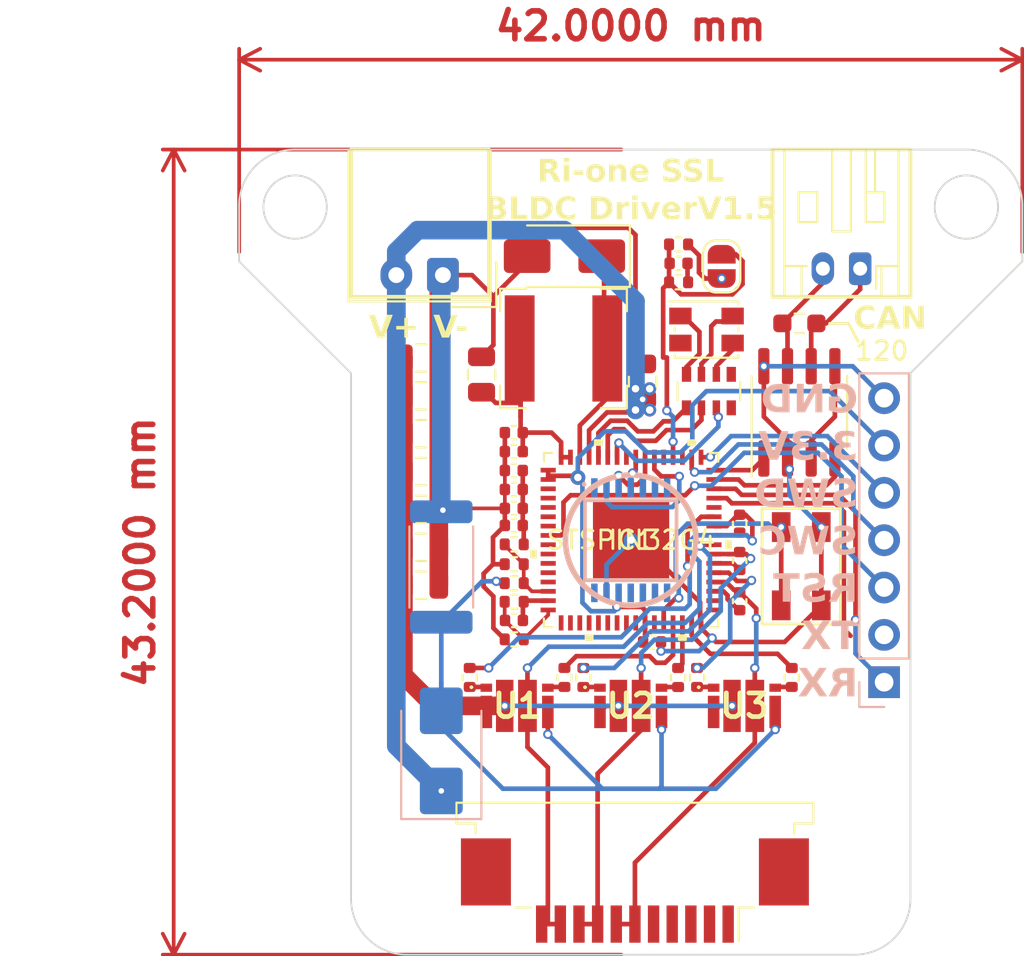
<source format=kicad_pcb>
(kicad_pcb (version 20221018) (generator pcbnew)
  (layers (0 "F.Cu" signal) (31 "B.Cu" signal) (34 "B.Paste" user) (35 "F.Paste" user) (36 "B.SilkS" user "B.Silkscreen") (37 "F.SilkS" user "F.Silkscreen") (38 "B.Mask" user) (39 "F.Mask" user) (44 "Edge.Cuts" user))
  (net 0 "")
  (net 1 "OUT1")
  (net 2 "BOOT1")
  (net 3 "SCREF")
  (net 4 "SW")
  (net 5 "GHS1")
  (net 6 "GLS1")
  (net 7 "SWCLK")
  (net 8 "SWDIO")
  (net 9 "nRST")
  (net 10 "VCC")
  (net 17 "SPI1_NSS")
  (net 18 "OP_-1")
  (net 20 "OP_O1")
  (net 21 "GLS2")
  (net 22 "GLS3")
  (net 25 "BOOT3")
  (net 26 "OUT3")
  (net 27 "GHS3")
  (net 28 "BOOT2")
  (net 29 "OUT2")
  (net 30 "GHS2")
  (net 32 "UART_TX")
  (net 33 "UART_RX")
  (net 35 "VD")
  (net 36 "Net-(D2-RK)")
  (net 37 "Net-(D2-GK)")
  (net 38 "Net-(D2-BK)")
  (net 39 "CANH")
  (net 40 "CANL")
  (net 42 "LED_R")
  (net 43 "LED_G")
  (net 44 "LED_B")
  (net 46 "Net-(U1-G1)")
  (net 47 "Net-(U1-G2)")
  (net 48 "Net-(U2-G1)")
  (net 49 "Net-(U2-G2)")
  (net 50 "Net-(U3-G1)")
  (net 51 "Net-(U3-G2)")
  (net 60 "OP_+1")
  (net 65 "SHUNT_P1")
  (net 66 "CAN_RD")
  (net 67 "CAN_TD")
  (net 70 "SPI1_SCK")
  (net 71 "SPI1_MISO")
  (net 72 "SPI1_MOSI")
  (net 73 "SPI1_CS")
  (net 75 "VDD")
  (net 81 "GVCC_SW")
  (net 85 "GND")
  (footprint "Capacitor_SMD:C_0402_1005Metric" (layer "F.Cu") (at -6.2712 -3.739 180)
    (fp_text reference "C4" hide)
    (fp_text value "100nF" hide)
  )
  (footprint "Capacitor_SMD:C_0402_1005Metric" (layer "F.Cu") (at 5.842 3.274 -90)
    (fp_text reference "C14" hide)
    (fp_text value "1uF" hide)
  )
  (footprint "Resistor_SMD:R_0402_1005Metric" (layer "F.Cu") (at -6.2484 0.2234 180)
    (fp_text reference "R14" hide)
    (fp_text value "22k" hide)
  )
  (footprint "Capacitor_SMD:C_0805_2012Metric" (layer "F.Cu") (at -11.242 2.413 180)
    (fp_text reference "C1" hide)
    (fp_text value "22uF" hide)
  )
  (footprint "Capacitor_SMD:C_0805_2012Metric" (layer "F.Cu") (at -11.242 -3.683 180)
    (fp_text reference "C17" hide)
    (fp_text value "22uF" hide)
  )
  (footprint "LED_SMD:LED_Kingbright_AAA3528ESGCT" (layer "F.Cu") (at 4.064 -11.303)
    (fp_text reference "D2" hide)
    (fp_text value "LED_RGBA" hide)
  )
  (footprint "Capacitor_SMD:C_0805_2012Metric" (layer "F.Cu") (at -11.242 0.381 180)
    (fp_text reference "C2" hide)
    (fp_text value "22uF" hide)
  )
  (footprint "BLDC:STSPIN32G4" (layer "F.Cu") (at 0.018 -0.007055)
    (fp_text reference "IC1")
    (fp_text value "STSPIN32G4")
  )
  (footprint "Connector_Molex:Molex_SPOX_5268-02A_1x02_P2.50mm_Horizontal" (layer "F.Cu") (at -10.073 -14.224 180)
    (fp_text reference "J4" hide)
    (fp_text value "POWER" hide)
  )
  (footprint "Resistor_SMD:R_Array_Convex_4x0603" (layer "F.Cu") (at 4.191 -8.001 -90)
    (fp_text reference "RN1" hide)
    (fp_text value "1k" hide)
  )
  (footprint "BLDC:SIZ254DTT1GE3" (layer "F.Cu") (at 0 8.89)
    (fp_text reference "U2")
    (fp_text value "~" hide)
  )
  (footprint "Capacitor_SMD:C_0402_1005Metric" (layer "F.Cu") (at -6.2712 -0.7926 180)
    (fp_text reference "C3" hide)
    (fp_text value "10uF" hide)
  )
  (footprint "Resistor_SMD:R_0402_1005Metric" (layer "F.Cu") (at -2.54 7.366 -90)
    (fp_text reference "R6" hide)
    (fp_text value "51" hide)
  )
  (footprint "Jumper:SolderJumper-2_P1.3mm_Open_RoundedPad1.0x1.5mm" (layer "F.Cu") (at 4.8768 -14.6916 -90)
    (fp_text reference "JP1" hide)
    (fp_text value "Jumper_2_Open" hide)
  )
  (footprint "Resistor_SMD:R_0402_1005Metric" (layer "F.Cu") (at -6.2484 1.2902 180)
    (fp_text reference "R15" hide)
    (fp_text value "22k" hide)
  )
  (footprint "Capacitor_SMD:C_0805_2012Metric" (layer "F.Cu") (at 0.635 -8.509 -90)
    (fp_text reference "C10" hide)
    (fp_text value "220nF" hide)
  )
  (footprint "Capacitor_SMD:C_0805_2012Metric" (layer "F.Cu") (at -11.242 -9.779 180)
    (fp_text reference "C20" hide)
    (fp_text value "22uF" hide)
  )
  (footprint "Resistor_SMD:R_0402_1005Metric" (layer "F.Cu") (at 2.54 7.366 -90)
    (fp_text reference "R7" hide)
    (fp_text value "51" hide)
  )
  (footprint "Resistor_SMD:R_0402_1005Metric" (layer "F.Cu") (at -6.2484 2.3062)
    (fp_text reference "R12" hide)
    (fp_text value "1.5k" hide)
  )
  (footprint "Resistor_SMD:R_0402_1005Metric" (layer "F.Cu") (at 2.5654 -13.8384)
    (fp_text reference "R2" hide)
    (fp_text value "10k" hide)
  )
  (footprint "Resistor_SMD:R_0603_1608Metric_Pad0.98x0.95mm_HandSolder" (layer "F.Cu") (at 9.0424 -11.6332)
    (fp_text reference "R3" hide)
    (fp_text value "120")
  )
  (footprint "Capacitor_SMD:C_0805_2012Metric" (layer "F.Cu") (at -8.001 -8.89 90)
    (fp_text reference "C$1" hide)
    (fp_text value "10uf 25v" hide)
  )
  (footprint "Resistor_SMD:R_0402_1005Metric" (layer "F.Cu") (at 2.5654 -15.8704 180)
    (fp_text reference "R1" hide)
    (fp_text value "22k" hide)
  )
  (footprint "Capacitor_SMD:C_0805_2012Metric" (layer "F.Cu") (at -11.242 -5.715 180)
    (fp_text reference "C18" hide)
    (fp_text value "22uF" hide)
  )
  (footprint "Capacitor_SMD:C_0402_1005Metric" (layer "F.Cu") (at -6.2712 -5.771 180)
    (fp_text reference "C7" hide)
    (fp_text value "10uF" hide)
  )
  (footprint "Capacitor_SMD:C_0805_2012Metric" (layer "F.Cu") (at -11.242 -7.747 180)
    (fp_text reference "C19" hide)
    (fp_text value "22uF" hide)
  )
  (footprint "Resistor_SMD:R_0402_1005Metric" (layer "F.Cu") (at -3.556 7.364 -90)
    (fp_text reference "R5" hide)
    (fp_text value "51" hide)
  )
  (footprint "Capacitor_SMD:C_0402_1005Metric" (layer "F.Cu") (at -6.2712 -1.707 180)
    (fp_text reference "C5" hide)
    (fp_text value "10uF" hide)
  )
  (footprint "Capacitor_SMD:C_0402_1005Metric" (layer "F.Cu") (at 2.5654 -14.8544)
    (fp_text reference "C12" hide)
    (fp_text value "N.M." hide)
  )
  (footprint "Package_SO:SOIC-8_3.9x4.9mm_P1.27mm" (layer "F.Cu") (at 9.0424 -6.858 90)
    (fp_text reference "U4" hide)
    (fp_text value "MCP2562-E-SN" hide)
  )
  (footprint "Capacitor_SMD:C_0402_1005Metric" (layer "F.Cu") (at 1.143 5.461 180)
    (fp_text reference "C15" hide)
    (fp_text value "1uF" hide)
  )
  (footprint "Diode_SMD:D_SMA" (layer "F.Cu") (at -3.556 -15.24 180)
    (fp_text reference "D1" hide)
    (fp_text value "SS210" hide)
  )
  (footprint "Connector_FFC-FPC:TE_1-84952-1_1x11-1MP_P1.0mm_Horizontal" (layer "F.Cu") (at 0.224 18.798 180)
    (fp_text reference "J3" hide)
    (fp_text value "Motor Out" hide)
  )
  (footprint "BLDC:SIZ254DTT1GE3" (layer "F.Cu") (at 6.096 8.89)
    (fp_text reference "U3")
    (fp_text value "~" hide)
  )
  (footprint "Resistor_SMD:R_0402_1005Metric" (layer "F.Cu") (at -8.636 7.364 -90)
    (fp_text reference "R4" hide)
    (fp_text value "51" hide)
  )
  (footprint "Capacitor_SMD:C_0402_1005Metric" (layer "F.Cu") (at 5.842 -0.8864 -90)
    (fp_text reference "C11" hide)
    (fp_text value "1uF" hide)
  )
  (footprint "Capacitor_SMD:C_0402_1005Metric" (layer "F.Cu") (at -6.2634 4.305)
    (fp_text reference "C16" hide)
    (fp_text value "1uF" hide)
  )
  (footprint "Resistor_SMD:R_0402_1005Metric" (layer "F.Cu") (at 3.556 7.364 -90)
    (fp_text reference "R8" hide)
    (fp_text value "51" hide)
  )
  (footprint "Capacitor_SMD:C_0402_1005Metric" (layer "F.Cu") (at -6.2712 -2.723 180)
    (fp_text reference "C6" hide)
    (fp_text value "100nF" hide)
  )
  (footprint "Resistor_SMD:R_0402_1005Metric" (layer "F.Cu") (at -6.2504 3.302)
    (fp_text reference "R16" hide)
    (fp_text value "1.5k" hide)
  )
  (footprint "newinov-kicad:SKRPACE010" (layer "F.Cu") (at 9.144 1.397 -90)
    (fp_text reference "SW1" hide)
    (fp_text value "SW_Push" hide)
  )
  (footprint "Resistor_SMD:R_0402_1005Metric" (layer "F.Cu") (at -6.2484 5.321)
    (fp_text reference "R13" hide)
    (fp_text value "1.5k" hide)
  )
  (footprint "BLDC:SIZ254DTT1GE3" (layer "F.Cu") (at -6.096 8.89)
    (fp_text reference "U1")
    (fp_text value "~" hide)
  )
  (footprint "Capacitor_SMD:C_0402_1005Metric" (layer "F.Cu") (at -6.2712 -4.755 180)
    (fp_text reference "C8" hide)
    (fp_text value "100nF" hide)
  )
  (footprint "Inductor_SMD:L_Bourns-SRN6028" (layer "F.Cu") (at -3.6068 -10.287 180)
    (fp_text reference "L1" hide)
    (fp_text value "18uh" hide)
  )
  (footprint "Connector_JST:JST_PH_S2B-PH-K_1x02_P2.00mm_Horizontal" (layer "F.Cu") (at 12.303 -14.568 180)
    (fp_text reference "J5" hide)
    (fp_text value "CAN" hide)
  )
  (footprint "Capacitor_SMD:C_0805_2012Metric" (layer "F.Cu") (at -11.242 -1.651 180)
    (fp_text reference "C9" hide)
    (fp_text value "22uF" hide)
  )
  (footprint "Resistor_SMD:R_0402_1005Metric" (layer "F.Cu") (at 8.636 7.364 -90)
    (fp_text reference "R9" hide)
    (fp_text value "51" hide)
  )
  (footprint "Capacitor_SMD:C_0402_1005Metric" (layer "F.Cu") (at 5.842 1.115 -90)
    (fp_text reference "C13" hide)
    (fp_text value "1uF" hide)
  )
  (footprint "BLDC:AS5048A_SOP65P640X120-14N" (layer "B.Cu") (at 0 0 -90)
    (fp_text reference "U5" hide)
    (fp_text value "AS5048A-HTSP-500" hide)
  )
  (footprint "Resistor_SMD:R_2512_6332Metric" (layer "B.Cu") (at -10.16 1.4385 -90)
    (fp_text reference "R10" hide)
    (fp_text value "4mΩ" hide)
  )
  (footprint "Diode_SMD:D_SMB" (layer "B.Cu") (at -10.16 11.303 90)
    (fp_text reference "TVS1" hide)
    (fp_text value "16V")
  )
  (footprint "Connector_PinHeader_2.54mm:PinHeader_1x07_P2.54mm_Vertical" (layer "B.Cu") (at 13.589 7.62)
    (fp_text reference "J2" hide)
    (fp_text value "Debug" hide)
  )
  (gr_circle locked (center 0 0) (end 3.5 0) (stroke (width 0.3)) (fill none) (layer "B.SilkS"))
  (gr_line (start 7.6 -13.060714) (end 15 -13.060714) (stroke (width 0.2)) (layer "F.SilkS"))
  (gr_line (start -7.6 -13.060714) (end -7.6 -20.960714) (stroke (width 0.2)) (layer "F.SilkS"))
  (gr_line (start 15 -20.960714) (end 7.6 -20.960714) (stroke (width 0.2)) (layer "F.SilkS"))
  (gr_line (start -15 -13.060714) (end -7.6 -13.060714) (stroke (width 0.2)) (layer "F.SilkS"))
  (gr_line (start 11.684 -11.6332) (end 12.192 -10.668) (stroke (width 0.15)) (layer "F.SilkS"))
  (gr_line (start 15 -13.060714) (end 15 -20.960714) (stroke (width 0.2)) (layer "F.SilkS"))
  (gr_line (start 7.6 -20.960714) (end 7.6 -13.060714) (stroke (width 0.2)) (layer "F.SilkS"))
  (gr_line (start -15 -20.960714) (end -15 -13.060714) (stroke (width 0.2)) (layer "F.SilkS"))
  (gr_line (start 10.668 -11.6332) (end 11.684 -11.6332) (stroke (width 0.15)) (layer "F.SilkS"))
  (gr_line (start -7.6 -20.960714) (end -15 -20.960714) (stroke (width 0.2)) (layer "F.SilkS"))
  (gr_circle locked (center -18 -17.875) (end -16.3 -17.875) (stroke (width 0.1)) (fill none) (layer "Edge.Cuts"))
  (gr_line locked (start 15 -8.960714) (end 21 -14.960714) (stroke (width 0.1)) (layer "Edge.Cuts"))
  (gr_arc locked (start -21 -17.960714) (mid -20.12132 -20.082034) (end -18 -20.960714) (stroke (width 0.1)) (layer "Edge.Cuts"))
  (gr_line locked (start 18 -20.960714) (end -18 -20.960714) (stroke (width 0.1)) (layer "Edge.Cuts"))
  (gr_line locked (start -21 -14.960714) (end -15 -8.960714) (stroke (width 0.1)) (layer "Edge.Cuts"))
  (gr_line locked (start 15 19.239286) (end 15 -8.960714) (stroke (width 0.1)) (layer "Edge.Cuts"))
  (gr_line locked (start 21 -14.960714) (end 21 -17.960714) (stroke (width 0.1)) (layer "Edge.Cuts"))
  (gr_circle locked (center 18 -17.875) (end 19.7 -17.875) (stroke (width 0.1)) (fill none) (layer "Edge.Cuts"))
  (gr_line locked (start -21 -17.960714) (end -21 -14.960714) (stroke (width 0.1)) (layer "Edge.Cuts"))
  (gr_arc locked (start 15 19.239286) (mid 14.12132 21.360606) (end 12 22.239286) (stroke (width 0.1)) (layer "Edge.Cuts"))
  (gr_line locked (start -12 22.239286) (end 12 22.239286) (stroke (width 0.1)) (layer "Edge.Cuts"))
  (gr_arc locked (start -12 22.239286) (mid -14.12132 21.360606) (end -15 19.239286) (stroke (width 0.1)) (layer "Edge.Cuts"))
  (gr_line locked (start -15 -8.960714) (end -15 19.239286) (stroke (width 0.1)) (layer "Edge.Cuts"))
  (gr_arc locked (start 18 -20.960714) (mid 20.12132 -20.082034) (end 21 -17.960714) (stroke (width 0.1)) (layer "Edge.Cuts"))
  (gr_text "TX" (at 12.192 6.096) (layer "B.SilkS") (effects (font (size 1.5 1.5) (thickness 0.3) bold italic) (justify left bottom mirror)))
  (gr_text "RST" (at 12.192 3.556) (layer "B.SilkS") (effects (font (size 1.5 1.5) (thickness 0.3) bold italic) (justify left bottom mirror)))
  (gr_text "3.3V" (at 12.192 -4.064) (layer "B.SilkS") (effects (font (size 1.5 1.5) (thickness 0.3) bold italic) (justify left bottom mirror)))
  (gr_text "RX" (at 12.192 8.636) (layer "B.SilkS") (effects (font (size 1.5 1.5) (thickness 0.3) bold italic) (justify left bottom mirror)))
  (gr_text "SWD" (at 12.192 -1.524) (layer "B.SilkS") (effects (font (size 1.5 1.5) (thickness 0.3) bold italic) (justify left bottom mirror)))
  (gr_text "GND" (at 12.192 -6.604) (layer "B.SilkS") (effects (font (size 1.5 1.5) (thickness 0.3) bold italic) (justify left bottom mirror)))
  (gr_text "SWC" (at 12.192 1.016) (layer "B.SilkS") (effects (font (size 1.5 1.5) (thickness 0.3) bold italic) (justify left bottom mirror)))
  (gr_text "V+" (at -12.7 -10.668) (layer "F.SilkS") (effects (font (size 1.2 1.2) (thickness 0.3) bold italic) (justify bottom)))
  (gr_text "CAN" (at 11.938 -11.1506) (layer "F.SilkS") (effects (font (size 1.2 1.2) (thickness 0.3) bold italic) (justify left bottom)))
  (gr_text "Ri-one SSL\nBLDC DriverV1.5" (at 0 -17.018) (layer "F.SilkS") (effects (font (size 1.2 1.2) (thickness 0.3) bold italic) (justify bottom)))
  (gr_text "V-" (at -9.652 -10.668) (layer "F.SilkS") (effects (font (size 1.2 1.2) (thickness 0.3) bold italic) (justify bottom)))
  (dimension (type aligned) (layer "F.Cu") (pts (xy 0 22.239286) (xy 0 -20.960714)) (height -24.511) (gr_text "43.2000 mm" (at -26.311 0.639286 90) (layer "F.Cu") (effects (font (size 1.5 1.5) (thickness 0.3)))) (format (prefix "") (suffix "") (units 3) (units_format 1) (precision 4)) (style (thickness 0.2) (arrow_length 1.27) (text_position_mode 0) (extension_height 0.58642) (extension_offset 0.5) keep_text_aligned))
  (dimension (type aligned) (layer "F.Cu") (pts (xy 21 -14.960714) (xy -21 -14.960714)) (height 10.820286) (gr_text "42.0000 mm" (at 0 -27.581) (layer "F.Cu") (effects (font (size 1.5 1.5) (thickness 0.3)))) (format (prefix "") (suffix "") (units 3) (units_format 1) (precision 4)) (style (thickness 0.2) (arrow_length 1.27) (text_position_mode 0) (extension_height 0.58642) (extension_offset 0.5) keep_text_aligned))
  (segment (start -4.445 20.598) (end -4.445 12.192) (width 0.25) (layer "F.Cu") (net 1))
  (segment (start 6.521208 0.032503) (end 6.521208 -0.997191) (width 0.25) (layer "F.Cu") (net 1))
  (segment (start -4.776 20.598) (end -4.445 20.598) (width 0.25) (layer "F.Cu") (net 1))
  (segment (start -5.539 11.098) (end -5.539 8.89) (width 0.25) (layer "F.Cu") (net 1))
  (segment (start 5.146274 -0.757244) (end 4.463 -0.757244) (width 0.25) (layer "F.Cu") (net 1))
  (segment (start 6.151999 -1.3664) (end 5.842 -1.3664) (width 0.25) (layer "F.Cu") (net 1))
  (segment (start 5.75543 -1.3664) (end 5.146274 -0.757244) (width 0.25) (layer "F.Cu") (net 1))
  (segment (start 5.842 -1.3664) (end 5.75543 -1.3664) (width 0.25) (layer "F.Cu") (net 1))
  (segment (start 6.521208 -0.997191) (end 6.151999 -1.3664) (width 0.25) (layer "F.Cu") (net 1))
  (segment (start -4.445 20.598) (end -3.776 20.598) (width 0.25) (layer "F.Cu") (net 1))
  (segment (start -4.445 12.192) (end -5.539 11.098) (width 0.25) (layer "F.Cu") (net 1))
  (segment (start -5.539 8.89) (end -5.539 6.858) (width 0.25) (layer "F.Cu") (net 1))
  (via (at -5.539 6.858) (size 0.5) (drill 0.3) (layers "F.Cu" "B.Cu") (net 1))
  (via (at 6.521208 0.032503) (size 0.5) (drill 0.3) (layers "F.Cu" "B.Cu") (net 1))
  (segment (start 3.683 1.143) (end 3.683 3.667653) (width 0.25) (layer "B.Cu") (net 1))
  (segment (start 2.910936 4.439717) (end 0.899174 4.439717) (width 0.25) (layer "B.Cu") (net 1))
  (segment (start 3.148174 0.0765) (end 3.148174 0.608174) (width 0.25) (layer "B.Cu") (net 1))
  (segment (start 0.899174 4.439717) (end -0.376109 5.715) (width 0.25) (layer "B.Cu") (net 1))
  (segment (start 3.488674 -0.264) (end 3.148174 0.0765) (width 0.25) (layer "B.Cu") (net 1))
  (segment (start 3.148174 0.608174) (end 3.683 1.143) (width 0.25) (layer "B.Cu") (net 1))
  (segment (start 6.521208 0.032503) (end 6.224705 -0.264) (width 0.25) (layer "B.Cu") (net 1))
  (segment (start -4.396 5.715) (end -5.539 6.858) (width 0.25) (layer "B.Cu") (net 1))
  (segment (start 6.224705 -0.264) (end 3.488674 -0.264) (width 0.25) (layer "B.Cu") (net 1))
  (segment (start -0.376109 5.715) (end -4.396 5.715) (width 0.25) (layer "B.Cu") (net 1))
  (segment (start 3.683 3.667653) (end 2.910936 4.439717) (width 0.25) (layer "B.Cu") (net 1))
  (segment (start 5.692718 -0.257118) (end 5.842 -0.4064) (width 0.25) (layer "F.Cu") (net 2))
  (segment (start 4.463 -0.257118) (end 5.692718 -0.257118) (width 0.25) (layer "F.Cu") (net 2))
  (segment (start 5.6268 -15.3416) (end 5.9944 -14.974) (width 0.25) (layer "F.Cu") (net 3))
  (segment (start 2.7004 -13.1934) (end 2.0554 -13.8384) (width 0.25) (layer "F.Cu") (net 3))
  (segment (start 2.286 -4.469488) (end 2.268567 -4.452055) (width 0.25) (layer "F.Cu") (net 3))
  (segment (start 5.45078 -13.1934) (end 2.7004 -13.1934) (width 0.25) (layer "F.Cu") (net 3))
  (segment (start 1.9365 -6.953911) (end 1.9365 -9.803) (width 0.25) (layer "F.Cu") (net 3))
  (segment (start 2.271 -4.454488) (end 2.268567 -4.452055) (width 0.25) (layer "F.Cu") (net 3))
  (segment (start 5.9944 -13.73702) (end 5.45078 -13.1934) (width 0.25) (layer "F.Cu") (net 3))
  (segment (start 2.268567 -5.284994) (end 2.268573 -5.285) (width 0.25) (layer "F.Cu") (net 3))
  (segment (start 1.9365 -9.803) (end 1.739 -9.803) (width 0.25) (layer "F.Cu") (net 3))
  (segment (start 2.0554 -14.8844) (end 2.0854 -14.8544) (width 0.25) (layer "F.Cu") (net 3))
  (segment (start 1.739 -9.803) (end 1.739 -13.522) (width 0.25) (layer "F.Cu") (net 3))
  (segment (start 2.0554 -14.8244) (end 2.0854 -14.8544) (width 0.25) (layer "F.Cu") (net 3))
  (segment (start 1.739 -13.522) (end 2.0554 -13.8384) (width 0.25) (layer "F.Cu") (net 3))
  (segment (start 4.8768 -15.3416) (end 5.6268 -15.3416) (width 0.25) (layer "F.Cu") (net 3))
  (segment (start 2.0554 -13.8384) (end 2.0554 -14.8244) (width 0.25) (layer "F.Cu") (net 3))
  (segment (start 5.9944 -14.974) (end 5.9944 -13.73702) (width 0.25) (layer "F.Cu") (net 3))
  (segment (start 2.268567 -4.452055) (end 2.268567 -5.284994) (width 0.25) (layer "F.Cu") (net 3))
  (segment (start 2.0554 -15.8704) (end 2.0554 -14.8844) (width 0.25) (layer "F.Cu") (net 3))
  (via (at 1.9365 -6.953911) (size 0.5) (drill 0.3) (layers "F.Cu" "B.Cu") (net 3))
  (via (at 2.268573 -5.285) (size 0.5) (drill 0.3) (layers "F.Cu" "B.Cu") (net 3))
  (segment (start 1.9365 -6.953911) (end 2.268573 -6.621838) (width 0.25) (layer "B.Cu") (net 3))
  (segment (start 2.268573 -6.621838) (end 2.268573 -5.285) (width 0.25) (layer "B.Cu") (net 3))
  (segment (start 2.574502 3.0985) (end 2.424612 3.0985) (width 0.25) (layer "F.Cu") (net 4))
  (segment (start 1.768441 3.754671) (end 1.768441 4.437945) (width 0.25) (layer "F.Cu") (net 4))
  (segment (start 2.424612 3.0985) (end 1.768441 3.754671) (width 0.25) (layer "F.Cu") (net 4))
  (segment (start 8.069 3.497) (end 8.069 -0.703) (width 0.25) (layer "F.Cu") (net 4))
  (via (at 2.574502 3.0985) (size 0.5) (drill 0.3) (layers "F.Cu" "B.Cu") (net 4))
  (via (at 8.069 -0.702998) (size 0.5) (drill 0.3) (layers "F.Cu" "B.Cu") (net 4))
  (segment (start 3.048 -0.889) (end 7.366 -0.889) (width 0.25) (layer "B.Cu") (net 4))
  (segment (start 2.574502 3.0985) (end 2.574502 1.990655) (width 0.25) (layer "B.Cu") (net 4))
  (segment (start 7.942 -0.313) (end 7.942 -0.068) (width 0.25) (layer "B.Cu") (net 4))
  (segment (start 2.413 -0.254) (end 3.048 -0.889) (width 0.25) (layer "B.Cu") (net 4))
  (segment (start 7.366 -0.889) (end 7.942 -0.313) (width 0.25) (layer "B.Cu") (net 4))
  (segment (start 2.413 1.829153) (end 2.413 -0.254) (width 0.25) (layer "B.Cu") (net 4))
  (segment (start 2.574502 1.990655) (end 2.413 1.829153) (width 0.25) (layer "B.Cu") (net 4))
  (segment (start 4.463 -1.25737) (end 3.779726 -1.25737) (width 0.25) (layer "F.Cu") (net 5))
  (segment (start -8.636 6.854) (end -7.62 6.854) (width 0.25) (layer "F.Cu") (net 5))
  (segment (start 3.047999 -0.525643) (end 3.047999 1.397001) (width 0.25) (layer "F.Cu") (net 5))
  (segment (start 3.779726 -1.25737) (end 3.047999 -0.525643) (width 0.25) (layer "F.Cu") (net 5))
  (via (at 3.047999 1.397001) (size 0.5) (drill 0.3) (layers "F.Cu" "B.Cu") (net 5))
  (via (at -7.62 6.854) (size 0.5) (drill 0.3) (layers "F.Cu" "B.Cu") (net 5))
  (segment (start -7.62 6.854) (end -5.973 5.207) (width 0.25) (layer "B.Cu") (net 5))
  (segment (start 3.161827 1.510829) (end 3.047999 1.397001) (width 0.25) (layer "B.Cu") (net 5))
  (segment (start -5.973 5.207) (end -0.508 5.207) (width 0.25) (layer "B.Cu") (net 5))
  (segment (start 3.161827 3.437057) (end 3.161827 1.510829) (width 0.25) (layer "B.Cu") (net 5))
  (segment (start -0.508 5.207) (end 1.026 3.673) (width 0.25) (layer "B.Cu") (net 5))
  (segment (start 1.026 3.673) (end 2.925884 3.673) (width 0.25) (layer "B.Cu") (net 5))
  (segment (start 2.925884 3.673) (end 3.161827 3.437057) (width 0.25) (layer "B.Cu") (net 5))
  (segment (start 2.268567 6.153153) (end 2.268567 4.437945) (width 0.25) (layer "F.Cu") (net 6))
  (segment (start -2.925 6.223) (end 1.010798 6.223) (width 0.25) (layer "F.Cu") (net 6))
  (segment (start 1.363316 6.575518) (end 1.846202 6.575518) (width 0.25) (layer "F.Cu") (net 6))
  (segment (start -3.556 6.854) (end -2.925 6.223) (width 0.25) (layer "F.Cu") (net 6))
  (segment (start 1.010798 6.223) (end 1.363316 6.575518) (width 0.25) (layer "F.Cu") (net 6))
  (segment (start 1.846202 6.575518) (end 2.268567 6.153153) (width 0.25) (layer "F.Cu") (net 6))
  (segment (start 3.268819 -4.452055) (end 3.268819 -3.807476) (width 0.25) (layer "F.Cu") (net 7))
  (segment (start 3.268819 -3.807476) (end 3.423486 -3.652809) (width 0.25) (layer "F.Cu") (net 7))
  (via (at 3.423486 -3.652809) (size 0.5) (drill 0.3) (layers "F.Cu" "B.Cu") (net 7))
  (segment (start 11.938 -1.651) (end 13.589 0) (width 0.25) (layer "B.Cu") (net 7))
  (segment (start 10.229 -5.138) (end 11.938 -3.429) (width 0.25) (layer "B.Cu") (net 7))
  (segment (start 5.773 -5.138) (end 10.229 -5.138) (width 0.25) (layer "B.Cu") (net 7))
  (segment (start 4.287809 -3.652809) (end 5.773 -5.138) (width 0.25) (layer "B.Cu") (net 7))
  (segment (start 11.938 -3.429) (end 11.938 -1.651) (width 0.25) (layer "B.Cu") (net 7))
  (segment (start 3.423486 -3.652809) (end 4.287809 -3.652809) (width 0.25) (layer "B.Cu") (net 7))
  (segment (start 4.248855 -4.452055) (end 4.2672 -4.4704) (width 0.25) (layer "F.Cu") (net 8))
  (segment (start 3.768945 -4.452055) (end 4.248855 -4.452055) (width 0.25) (layer "F.Cu") (net 8))
  (via (at 4.2672 -4.4704) (size 0.5) (drill 0.3) (layers "F.Cu" "B.Cu") (net 8))
  (segment (start 5.3848 -5.588) (end 10.541 -5.588) (width 0.25) (layer "B.Cu") (net 8))
  (segment (start 4.2672 -4.4704) (end 5.3848 -5.588) (width 0.25) (layer "B.Cu") (net 8))
  (segment (start 10.541 -5.588) (end 13.589 -2.54) (width 0.25) (layer "B.Cu") (net 8))
  (segment (start -3.743726 -0.257118) (end -3.6068 -0.394044) (width 0.25) (layer "F.Cu") (net 9))
  (segment (start -4.427 -0.257118) (end -3.743726 -0.257118) (width 0.25) (layer "F.Cu") (net 9))
  (segment (start 2.921 -2.413) (end 3.429 -2.921) (width 0.25) (layer "F.Cu") (net 9))
  (segment (start -3.2258 -2.413) (end 2.921 -2.413) (width 0.25) (layer "F.Cu") (net 9))
  (segment (start -3.6068 -2.032) (end -3.2258 -2.413) (width 0.25) (layer "F.Cu") (net 9))
  (segment (start -3.6068 -0.394044) (end -3.6068 -2.032) (width 0.25) (layer "F.Cu") (net 9))
  (via (at 3.429 -2.921) (size 0.5) (drill 0.3) (layers "F.Cu" "B.Cu") (net 9))
  (segment (start 11.303 -3.429) (end 11.303 0.254) (width 0.25) (layer "B.Cu") (net 9))
  (segment (start 4.318 -2.921) (end 6.085 -4.688) (width 0.25) (layer "B.Cu") (net 9))
  (segment (start 6.085 -4.688) (end 10.044 -4.688) (width 0.25) (layer "B.Cu") (net 9))
  (segment (start 11.303 0.254) (end 13.589 2.54) (width 0.25) (layer "B.Cu") (net 9))
  (segment (start 3.429 -2.921) (end 4.318 -2.921) (width 0.25) (layer "B.Cu") (net 9))
  (segment (start 10.044 -4.688) (end 11.303 -3.429) (width 0.25) (layer "B.Cu") (net 9))
  (segment (start -5.906 -10.2362) (end -5.906 -6.604) (width 0.25) (layer "F.Cu") (net 10))
  (segment (start -5.7912 -5.771) (end -4.247 -5.771) (width 0.25) (layer "F.Cu") (net 10))
  (segment (start -5.7912 -5.771) (end -5.7912 -5.7912) (width 0.25) (layer "F.Cu") (net 10))
  (segment (start -8.001 -7.94) (end -7.813 -7.94) (width 0.25) (layer "F.Cu") (net 10))
  (segment (start -5.906 -7.366) (end -5.906 -6.604) (width 0.25) (layer "F.Cu") (net 10))
  (segment (start -5.906 -5.8858) (end -5.7912 -5.771) (width 0.25) (layer "F.Cu") (net 10))
  (segment (start -5.7912 -5.771) (end -5.7912 -4.755) (width 0.25) (layer "F.Cu") (net 10))
  (segment (start -4.247 -5.771) (end -3.732945 -5.256945) (width 0.25) (layer "F.Cu") (net 10))
  (segment (start -7.813 -7.94) (end -7.239 -7.366) (width 0.25) (layer "F.Cu") (net 10))
  (segment (start -7.239 -7.366) (end -5.906 -7.366) (width 0.25) (layer "F.Cu") (net 10))
  (segment (start -5.9568 -10.287) (end -5.906 -10.2362) (width 0.25) (layer "F.Cu") (net 10))
  (segment (start -3.732945 -5.256945) (end -3.732945 -4.452055) (width 0.25) (layer "F.Cu") (net 10))
  (segment (start -5.906 -6.604) (end -5.906 -5.8858) (width 0.25) (layer "F.Cu") (net 10))
  (segment (start -3.232819 -4.452055) (end -3.732945 -4.452055) (width 0.25) (layer "F.Cu") (net 10))
  (segment (start -6.7434 4.316) (end -5.7384 5.321) (width 0.2) (layer "F.Cu") (net 18))
  (segment (start -6.7604 4.288) (end -6.7434 4.305) (width 0.2) (layer "F.Cu") (net 18))
  (segment (start -6.7434 4.305) (end -6.7434 4.316) (width 0.2) (layer "F.Cu") (net 18))
  (segment (start -4.427 3.74389) (end -4.70709 3.74389) (width 0.2) (layer "F.Cu") (net 18))
  (segment (start -5.67651 5.321) (end -5.7384 5.321) (width 0.2) (layer "F.Cu") (net 18))
  (segment (start -5.7384 5.321) (end -4.427 4.0096) (width 0.2) (layer "F.Cu") (net 18))
  (segment (start -6.7604 3.302) (end -6.7604 4.288) (width 0.2) (layer "F.Cu") (net 18))
  (segment (start -4.427 4.0096) (end -4.427 3.74389) (width 0.2) (layer "F.Cu") (net 18))
  (segment (start -5.7834 4.305) (end -5.7834 3.345) (width 0.25) (layer "F.Cu") (net 20))
  (segment (start -5.682164 3.243764) (end -5.7404 3.302) (width 0.25) (layer "F.Cu") (net 20))
  (segment (start -5.7834 4.305) (end -5.6818 4.305) (width 0.25) (layer "F.Cu") (net 20))
  (segment (start -5.7834 3.345) (end -5.7404 3.302) (width 0.25) (layer "F.Cu") (net 20))
  (segment (start -4.427 3.243764) (end -5.682164 3.243764) (width 0.25) (layer "F.Cu") (net 20))
  (segment (start 2.768693 6.627307) (end 2.54 6.856) (width 0.25) (layer "F.Cu") (net 21))
  (segment (start 2.768693 4.437945) (end 2.768693 6.627307) (width 0.25) (layer "F.Cu") (net 21))
  (segment (start 3.268819 4.437945) (end 3.268819 5.094345) (width 0.25) (layer "F.Cu") (net 22))
  (segment (start 7.874 6.096) (end 8.632 6.854) (width 0.25) (layer "F.Cu") (net 22))
  (segment (start 4.270474 6.096) (end 7.874 6.096) (width 0.25) (layer "F.Cu") (net 22))
  (segment (start 3.268819 5.094345) (end 4.270474 6.096) (width 0.25) (layer "F.Cu") (net 22))
  (segment (start 8.632 6.854) (end 8.636 6.854) (width 0.25) (layer "F.Cu") (net 22))
  (segment (start 5.1944 2.961992) (end 5.1944 3.1624) (width 0.25) (layer "F.Cu") (net 25))
  (segment (start 4.976046 2.743638) (end 5.1944 2.961992) (width 0.25) (layer "F.Cu") (net 25))
  (segment (start 5.786 3.754) (end 5.842 3.754) (width 0.25) (layer "F.Cu") (net 25))
  (segment (start 4.976046 2.743638) (end 4.463 2.743638) (width 0.25) (layer "F.Cu") (net 25))
  (segment (start 5.1944 3.1624) (end 5.786 3.754) (width 0.25) (layer "F.Cu") (net 25))
  (segment (start -0.776 20.598) (end 0.224 20.598) (width 0.25) (layer "F.Cu") (net 26))
  (segment (start 5.85349 2.794) (end 6.731 3.67151) (width 0.25) (layer "F.Cu") (net 26))
  (segment (start 5.535804 2.667) (end 5.715 2.667) (width 0.25) (layer "F.Cu") (net 26))
  (segment (start 0.224 20.598) (end 0.224 17.302) (width 0.25) (layer "F.Cu") (net 26))
  (segment (start 5.112316 2.243512) (end 5.535804 2.667) (width 0.25) (layer "F.Cu") (net 26))
  (segment (start 6.731 3.67151) (end 6.731 4.191) (width 0.25) (layer "F.Cu") (net 26))
  (segment (start 5.842 2.794) (end 5.85349 2.794) (width 0.25) (layer "F.Cu") (net 26))
  (segment (start 6.653 8.89) (end 6.653 6.858) (width 0.25) (layer "F.Cu") (net 26))
  (segment (start 6.653 10.873) (end 6.653 8.89) (width 0.25) (layer "F.Cu") (net 26))
  (segment (start 4.463 2.243512) (end 5.112316 2.243512) (width 0.25) (layer "F.Cu") (net 26))
  (segment (start 5.715 2.667) (end 5.842 2.794) (width 0.25) (layer "F.Cu") (net 26))
  (segment (start 0.224 17.302) (end 6.653 10.873) (width 0.25) (layer "F.Cu") (net 26))
  (via (at 6.653 6.858) (size 0.5) (drill 0.3) (layers "F.Cu" "B.Cu") (net 26))
  (via (at 6.731 4.191) (size 0.5) (drill 0.3) (layers "F.Cu" "B.Cu") (net 26))
  (segment (start 6.731 4.191) (end 6.731 6.78) (width 0.25) (layer "B.Cu") (net 26))
  (segment (start 6.731 6.78) (end 6.653 6.858) (width 0.25) (layer "B.Cu") (net 26))
  (segment (start 5.6942 2.189) (end 6.447 2.189) (width 0.25) (layer "F.Cu") (net 27))
  (segment (start 5.248586 1.743386) (end 5.6942 2.189) (width 0.25) (layer "F.Cu") (net 27))
  (segment (start 4.463 1.743386) (end 5.248586 1.743386) (width 0.25) (layer "F.Cu") (net 27))
  (segment (start 6.447 2.189) (end 6.477 2.159) (width 0.25) (layer "F.Cu") (net 27))
  (via (at 3.556 6.854) (size 0.5) (drill 0.3) (layers "F.Cu" "B.Cu") (net 27))
  (via (at 6.477 2.159) (size 0.5) (drill 0.3) (layers "F.Cu" "B.Cu") (net 27))
  (segment (start 5.334 5.395999) (end 5.334 3.302) (width 0.25) (layer "B.Cu") (net 27))
  (segment (start 3.556 6.854) (end 3.875999 6.854) (width 0.25) (layer "B.Cu") (net 27))
  (segment (start 5.334 3.302) (end 6.477 2.159) (width 0.25) (layer "B.Cu") (net 27))
  (segment (start 3.875999 6.854) (end 5.334 5.395999) (width 0.25) (layer "B.Cu") (net 27))
  (segment (start 4.463 1.24326) (end 5.49026 1.24326) (width 0.25) (layer "F.Cu") (net 28))
  (segment (start 5.49026 1.24326) (end 5.842 1.595) (width 0.25) (layer "F.Cu") (net 28))
  (segment (start -2.776 20.598) (end -1.776 20.598) (width 0.25) (layer "F.Cu") (net 29))
  (segment (start 6.187897 0.743134) (end 6.427769 0.983006) (width 0.25) (layer "F.Cu") (net 29))
  (segment (start 5.733866 0.743134) (end 5.842 0.635) (width 0.25) (layer "F.Cu") (net 29))
  (segment (start 5.207 0.743134) (end 5.733866 0.743134) (width 0.25) (layer "F.Cu") (net 29))
  (segment (start 5.207 0.743134) (end 6.187897 0.743134) (width 0.25) (layer "F.Cu") (net 29))
  (segment (start 4.463 0.743134) (end 5.207 0.743134) (width 0.25) (layer "F.Cu") (net 29))
  (segment (start 0.557 8.89) (end 0.557 6.858) (width 0.25) (layer "F.Cu") (net 29))
  (segment (start -1.776 12.5205) (end 0.557 10.1875) (width 0.25) (layer "F.Cu") (net 29))
  (segment (start 0.557 10.1875) (end 0.557 8.89) (width 0.25) (layer "F.Cu") (net 29))
  (segment (start -1.776 20.598) (end -1.776 12.5205) (width 0.25) (layer "F.Cu") (net 29))
  (via (at 0.557 6.858) (size 0.5) (drill 0.3) (layers "F.Cu" "B.Cu") (net 29))
  (via (at 6.427769 0.983006) (size 0.5) (drill 0.3) (layers "F.Cu" "B.Cu") (net 29))
  (segment (start 0.557 6.054683) (end 1.271966 5.339717) (width 0.25) (layer "B.Cu") (net 29))
  (segment (start 4.826 2.584775) (end 6.427769 0.983006) (width 0.25) (layer "B.Cu") (net 29))
  (segment (start 3.283728 5.339717) (end 4.826 3.797445) (width 0.25) (layer "B.Cu") (net 29))
  (segment (start 1.271966 5.339717) (end 3.283728 5.339717) (width 0.25) (layer "B.Cu") (net 29))
  (segment (start 0.557 6.858) (end 0.557 6.054683) (width 0.25) (layer "B.Cu") (net 29))
  (segment (start 4.826 3.797445) (end 4.826 2.584775) (width 0.25) (layer "B.Cu") (net 29))
  (segment (start 3.794839 0.243008) (end 3.723174 0.314673) (width 0.25) (layer "F.Cu") (net 30))
  (segment (start 4.463 0.243008) (end 3.794839 0.243008) (width 0.25) (layer "F.Cu") (net 30))
  (via (at 3.723174 0.314673) (size 0.5) (drill 0.3) (layers "F.Cu" "B.Cu") (net 30))
  (via (at -2.540005 6.856005) (size 0.5) (drill 0.3) (layers "F.Cu" "B.Cu") (net 30))
  (segment (start 3.097332 4.889717) (end 1.08557 4.889717) (width 0.25) (layer "B.Cu") (net 30))
  (segment (start 1.08557 4.889717) (end -0.880718 6.856005) (width 0.25) (layer "B.Cu") (net 30))
  (segment (start -0.880718 6.856005) (end -2.540005 6.856005) (width 0.25) (layer "B.Cu") (net 30))
  (segment (start 4.247525 3.739525) (end 3.097332 4.889717) (width 0.25) (layer "B.Cu") (net 30))
  (segment (start 3.723174 0.314673) (end 4.247525 0.839024) (width 0.25) (layer "B.Cu") (net 30))
  (segment (start 4.247525 0.839024) (end 4.247525 3.739525) (width 0.25) (layer "B.Cu") (net 30))
  (segment (start 5.422696 -1.9812) (end 5.146274 -2.257622) (width 0.25) (layer "F.Cu") (net 32))
  (segment (start 11.43 4.7752) (end 11.43 -1.524) (width 0.25) (layer "F.Cu") (net 32))
  (segment (start 5.146274 -2.257622) (end 4.463 -2.257622) (width 0.25) (layer "F.Cu") (net 32))
  (segment (start 10.9728 -1.9812) (end 5.422696 -1.9812) (width 0.25) (layer "F.Cu") (net 32))
  (segment (start 11.7856 5.1308) (end 11.43 4.7752) (width 0.25) (layer "F.Cu") (net 32))
  (segment (start 13.589 5.08) (end 13.5382 5.1308) (width 0.25) (layer "F.Cu") (net 32))
  (segment (start 11.43 -1.524) (end 10.9728 -1.9812) (width 0.25) (layer "F.Cu") (net 32))
  (segment (start 4.463 -2.757748) (end 5.624252 -2.757748) (width 0.25) (layer "F.Cu") (net 33))
  (segment (start 5.9508 -2.4312) (end 11.1578 -2.4312) (width 0.25) (layer "F.Cu") (net 33))
  (segment (start 12.055 -1.534) (end 12.055 4.2672) (width 0.25) (layer "F.Cu") (net 33))
  (segment (start 5.624252 -2.757748) (end 5.9508 -2.4312) (width 0.25) (layer "F.Cu") (net 33))
  (segment (start 11.1578 -2.4312) (end 12.055 -1.534) (width 0.25) (layer "F.Cu") (net 33))
  (via (at 12.055 4.2672) (size 0.5) (drill 0.3) (layers "F.Cu" "B.Cu") (net 33))
  (segment (start 12.055 6.086) (end 12.055 4.2672) (width 0.25) (layer "B.Cu") (net 33))
  (segment (start 13.589 7.62) (end 12.055 6.086) (width 0.25) (layer "B.Cu") (net 33))
  (segment (start -0.663 8.89) (end -1.325 8.89) (width 0.25) (layer "F.Cu") (net 35))
  (segment (start -12.192 -9.779) (end -12.192 2.413) (width 1) (layer "F.Cu") (net 35))
  (segment (start -0.06597 -6.858) (end 0.635 -7.55897) (width 0.25) (layer "F.Cu") (net 35))
  (segment (start -0.663 8.89) (end -0.663 8.890016) (width 0.25) (layer "F.Cu") (net 35))
  (segment (start -2.232567 -4.452055) (end -2.232567 -5.895433) (width 0.25) (layer "F.Cu") (net 35))
  (segment (start 4.771 8.89) (end 4.446 9.215) (width 0.25) (layer "F.Cu") (net 35))
  (segment (start -6.759 8.89) (end -6.759 8.889976) (width 0.25) (layer "F.Cu") (net 35))
  (segment (start -12.192 2.413) (end -12.192 7.239) (width 1) (layer "F.Cu") (net 35))
  (segment (start -6.759 8.89) (end -7.421 8.89) (width 0.25) (layer "F.Cu") (net 35))
  (segment (start 0.635 -7.559) (end 0.635 -7.559) (width 0.25) (layer "F.Cu") (net 35))
  (segment (start -7.421 8.89) (end -7.746 9.215) (width 0.25) (layer "F.Cu") (net 35))
  (segment (start -12.192 7.239) (end -10.541 8.89) (width 1) (layer "F.Cu") (net 35))
  (segment (start 5.433 8.89) (end 5.433 8.889984) (width 0.25) (layer "F.Cu") (net 35))
  (segment (start -1.27 -6.858) (end -0.06597 -6.858) (width 0.25) (layer "F.Cu") (net 35))
  (segment (start -12.573 -14.224) (end -12.573 -10.16) (width 1) (layer "F.Cu") (net 35))
  (segment (start -12.573 -10.16) (end -12.192 -9.779) (width 1) (layer "F.Cu") (net 35))
  (segment (start -2.232567 -5.895433) (end -1.27 -6.858) (width 0.25) (layer "F.Cu") (net 35))
  (segment (start -1.325 8.89) (end -1.65 9.215) (width 0.25) (layer "F.Cu") (net 35))
  (segment (start -10.541 8.89) (end -6.759 8.89) (width 1) (layer "F.Cu") (net 35))
  (segment (start 5.433 8.89) (end 4.771 8.89) (width 0.25) (layer "F.Cu") (net 35))
  (via (at -10.16 13.453) (size 0.5) (drill 0.3) (layers "F.Cu" "B.Cu") (net 35))
  (via (at 5.433 8.889984) (size 0.5) (drill 0.3) (layers "F.Cu" "B.Cu") (net 35))
  (via (at 1.016 -8.128) (size 0.7) (drill 0.4) (layers "F.Cu" "B.Cu") (net 35))
  (via (at 0.635 -7.55897) (size 0.5) (drill 0.3) (layers "F.Cu" "B.Cu") (net 35))
  (via (at 0.254 -8.128) (size 0.7) (drill 0.4) (layers "F.Cu" "B.Cu") (net 35))
  (via (at 0.254 -6.985) (size 0.7) (drill 0.4) (layers "F.Cu" "B.Cu") (net 35))
  (via (at -6.759 8.889976) (size 0.5) (drill 0.3) (layers "F.Cu" "B.Cu") (net 35))
  (via (at 1.016 -6.985) (size 0.7) (drill 0.4) (layers "F.Cu" "B.Cu") (net 35))
  (via (at -0.663 8.890016) (size 0.5) (drill 0.3) (layers "F.Cu" "B.Cu") (net 35))
  (segment (start -12.573 -14.224) (end -12.573 11.04) (width 1) (layer "B.Cu") (net 35))
  (segment (start -3.556 -16.637) (end -11.43 -16.637) (width 1) (layer "B.Cu") (net 35))
  (segment (start -12.573 -15.494) (end -12.573 -14.224) (width 1) (layer "B.Cu") (net 35))
  (segment (start 0.254 -12.827) (end -3.556 -16.637) (width 1) (layer "B.Cu") (net 35))
  (segment (start -6.758976 8.89) (end 5.432984 8.89) (width 0.25) (layer "B.Cu") (net 35))
  (segment (start -6.759 8.889976) (end -6.758976 8.89) (width 0.25) (layer "B.Cu") (net 35))
  (segment (start -11.43 -16.637) (end -12.573 -15.494) (width 1) (layer "B.Cu") (net 35))
  (segment (start 5.432984 8.89) (end 5.433 8.889984) (width 0.25) (layer "B.Cu") (net 35))
  (segment (start 0.254 -6.985) (end 0.254 -12.827) (width 1) (layer "B.Cu") (net 35))
  (segment (start -12.573 11.04) (end -10.16 13.453) (width 1) (layer "B.Cu") (net 35))
  (segment (start 3.683 -9.9908) (end 2.991 -9.2988) (width 0.25) (layer "F.Cu") (net 36))
  (segment (start 3.1242 -11.7348) (end 3.683 -11.176) (width 0.25) (layer "F.Cu") (net 36))
  (segment (start 2.991 -9.2988) (end 2.991 -8.901) (width 0.25) (layer "F.Cu") (net 36))
  (segment (start 3.683 -11.176) (end 3.683 -9.9908) (width 0.25) (layer "F.Cu") (net 36))
  (segment (start 2.5884 -11.7348) (end 3.1242 -11.7348) (width 0.25) (layer "F.Cu") (net 36))
  (segment (start 4.572 -11.7348) (end 4.318 -11.4808) (width 0.25) (layer "F.Cu") (net 37))
  (segment (start 4.318 -9.989404) (end 3.791 -9.462404) (width 0.25) (layer "F.Cu") (net 37))
  (segment (start 5.0884 -11.7348) (end 4.572 -11.7348) (width 0.25) (layer "F.Cu") (net 37))
  (segment (start 3.791 -9.462404) (end 3.791 -8.901) (width 0.25) (layer "F.Cu") (net 37))
  (segment (start 4.318 -11.4808) (end 4.318 -9.989404) (width 0.25) (layer "F.Cu") (net 37))
  (segment (start 4.591 -9.3494) (end 4.591 -8.901) (width 0.25) (layer "F.Cu") (net 38))
  (segment (start 5.464 -10.578) (end 5.464 -10.2224) (width 0.25) (layer "F.Cu") (net 38))
  (segment (start 5.464 -10.2224) (end 4.591 -9.3494) (width 0.25) (layer "F.Cu") (net 38))
  (segment (start 10.303 -14.568) (end 10.303 -13.8063) (width 0.25) (layer "F.Cu") (net 39))
  (segment (start 8.4074 -11.3557) (end 8.1299 -11.6332) (width 0.25) (layer "F.Cu") (net 39))
  (segment (start 10.303 -13.8063) (end 8.1299 -11.6332) (width 0.25) (layer "F.Cu") (net 39))
  (segment (start 8.4074 -9.333) (end 8.4074 -11.3557) (width 0.25) (layer "F.Cu") (net 39))
  (segment (start 9.9549 -11.6332) (end 10.4648 -11.6332) (width 0.25) (layer "F.Cu") (net 40))
  (segment (start 9.6774 -11.3557) (end 9.9549 -11.6332) (width 0.25) (layer "F.Cu") (net 40))
  (segment (start 9.6774 -9.333) (end 9.6774 -11.3557) (width 0.25) (layer "F.Cu") (net 40))
  (segment (start 10.4648 -11.6332) (end 12.303 -13.4714) (width 0.25) (layer "F.Cu") (net 40))
  (segment (start 12.303 -13.4714) (end 12.303 -14.568) (width 0.25) (layer "F.Cu") (net 40))
  (segment (start 2.269411 -6.379411) (end 1.753704 -6.379411) (width 0.25) (layer "F.Cu") (net 42))
  (segment (start 1.216293 -5.842) (end 0.37728 -5.842) (width 0.25) (layer "F.Cu") (net 42))
  (segment (start -0.18972 -6.409) (end -1.08028 -6.409) (width 0.25) (layer "F.Cu") (net 42))
  (segment (start -1.08028 -6.409) (end -1.732441 -5.756839) (width 0.25) (layer "F.Cu") (net 42))
  (segment (start 1.753704 -6.379411) (end 1.216293 -5.842) (width 0.25) (layer "F.Cu") (net 42))
  (segment (start 2.991 -7.101) (end 2.269411 -6.379411) (width 0.25) (layer "F.Cu") (net 42))
  (segment (start -1.732441 -5.756839) (end -1.732441 -4.452055) (width 0.25) (layer "F.Cu") (net 42))
  (segment (start 0.37728 -5.842) (end -0.18972 -6.409) (width 0.25) (layer "F.Cu") (net 42))
  (segment (start 1.344689 -5.334) (end 1.920689 -5.91) (width 0.25) (layer "F.Cu") (net 43))
  (segment (start -0.893884 -5.959) (end -0.376116 -5.959) (width 0.25) (layer "F.Cu") (net 43))
  (segment (start 0.248884 -5.334) (end 1.344689 -5.334) (width 0.25) (layer "F.Cu") (net 43))
  (segment (start 1.920689 -5.91) (end 3.25 -5.91) (width 0.25) (layer "F.Cu") (net 43))
  (segment (start -1.232315 -4.452055) (end -1.232315 -5.620569) (width 0.25) (layer "F.Cu") (net 43))
  (segment (start -1.232315 -5.620569) (end -0.893884 -5.959) (width 0.25) (layer "F.Cu") (net 43))
  (segment (start 3.25 -5.91) (end 3.791 -6.451) (width 0.25) (layer "F.Cu") (net 43))
  (segment (start 3.791 -6.451) (end 3.791 -7.101) (width 0.25) (layer "F.Cu") (net 43))
  (segment (start -0.376116 -5.959) (end 0.248884 -5.334) (width 0.25) (layer "F.Cu") (net 43))
  (segment (start 4.591 -7.101) (end 4.591 -6.712) (width 0.25) (layer "F.Cu") (net 44))
  (segment (start -0.732189 -4.452055) (end -0.732189 -5.119811) (width 0.25) (layer "F.Cu") (net 44))
  (segment (start 4.591 -6.712) (end 4.699 -6.604) (width 0.25) (layer "F.Cu") (net 44))
  (segment (start -0.732189 -5.119811) (end -0.635 -5.217) (width 0.25) (layer "F.Cu") (net 44))
  (via (at 4.699 -6.604) (size 0.5) (drill 0.3) (layers "F.Cu" "B.Cu") (net 44))
  (via (at -0.635 -5.217) (size 0.5) (drill 0.3) (layers "F.Cu" "B.Cu") (net 44))
  (segment (start -0.635 -5.205604) (end -0.635 -5.217) (width 0.25) (layer "B.Cu") (net 44))
  (segment (start 0.310604 -4.26) (end -0.635 -5.205604) (width 0.25) (layer "B.Cu") (net 44))
  (segment (start 4.699 -6.604) (end 4.699 -6.094604) (width 0.25) (layer "B.Cu") (net 44))
  (segment (start 4.699 -6.094604) (end 2.864396 -4.26) (width 0.25) (layer "B.Cu") (net 44))
  (segment (start 2.864396 -4.26) (end 0.310604 -4.26) (width 0.25) (layer "B.Cu") (net 44))
  (segment (start -7.787 7.874) (end -7.746 7.915) (width 0.25) (layer "F.Cu") (net 46))
  (segment (start -8.636 7.874) (end -7.787 7.874) (width 0.25) (layer "F.Cu") (net 46))
  (segment (start -3.556 7.874) (end -4.405 7.874) (width 0.25) (layer "F.Cu") (net 47))
  (segment (start -4.405 7.874) (end -4.446 7.915) (width 0.25) (layer "F.Cu") (net 47))
  (segment (start -1.689 7.876) (end -1.65 7.915) (width 0.25) (layer "F.Cu") (net 48))
  (segment (start -2.54 7.876) (end -1.689 7.876) (width 0.25) (layer "F.Cu") (net 48))
  (segment (start 1.689 7.876) (end 1.65 7.915) (width 0.25) (layer "F.Cu") (net 49))
  (segment (start 2.54 7.876) (end 1.689 7.876) (width 0.25) (layer "F.Cu") (net 49))
  (segment (start 3.556 7.874) (end 4.405 7.874) (width 0.25) (layer "F.Cu") (net 50))
  (segment (start 4.405 7.874) (end 4.446 7.915) (width 0.25) (layer "F.Cu") (net 50))
  (segment (start 8.636 7.874) (end 7.787 7.874) (width 0.25) (layer "F.Cu") (net 51))
  (segment (start 7.787 7.874) (end 7.746 7.915) (width 0.25) (layer "F.Cu") (net 51))
  (segment (start -4.427 2.743638) (end -5.300962 2.743638) (width 0.2) (layer "F.Cu") (net 60))
  (segment (start -6.7584 0.2234) (end -6.7584 0.2702) (width 0.2) (layer "F.Cu") (net 60))
  (segment (start -4.428562 2.7452) (end -4.427 2.743638) (width 0.2) (layer "F.Cu") (net 60))
  (segment (start -6.7584 0.2702) (end -5.7384 1.2902) (width 0.2) (layer "F.Cu") (net 60))
  (segment (start -5.300962 2.743638) (end -5.7384 2.3062) (width 0.2) (layer "F.Cu") (net 60))
  (segment (start -5.7384 1.2902) (end -5.7384 2.3062) (width 0.2) (layer "F.Cu") (net 60))
  (segment (start -4.446 10.413) (end -4.445 10.414) (width 0.25) (layer "F.Cu") (net 65))
  (segment (start 7.746 9.215) (end 7.746 10.159) (width 0.25) (layer "F.Cu") (net 65))
  (segment (start -4.446 9.215) (end -4.446 10.413) (width 0.25) (layer "F.Cu") (net 65))
  (segment (start -7.110669 2.3062) (end -7.213604 2.203265) (width 0.25) (layer "F.Cu") (net 65))
  (segment (start 1.65 10.159) (end 1.651 10.16) (width 0.25) (layer "F.Cu") (net 65))
  (segment (start -6.7584 2.3062) (end -7.110669 2.3062) (width 0.25) (layer "F.Cu") (net 65))
  (segment (start 1.65 9.215) (end 1.65 10.159) (width 0.25) (layer "F.Cu") (net 65))
  (segment (start 7.746 10.159) (end 7.747 10.16) (width 0.25) (layer "F.Cu") (net 65))
  (via (at -4.445 10.414) (size 0.5) (drill 0.3) (layers "F.Cu" "B.Cu") (net 65))
  (via (at -7.213604 2.203265) (size 0.5) (drill 0.3) (layers "F.Cu" "B.Cu") (net 65))
  (via (at 7.747 10.16) (size 0.5) (drill 0.3) (layers "F.Cu" "B.Cu") (net 65))
  (via (at 1.651 10.16) (size 0.5) (drill 0.3) (layers "F.Cu" "B.Cu") (net 65))
  (segment (start -10.16 7.62) (end -10.16 10.033) (width 0.25) (layer "B.Cu") (net 65))
  (segment (start 4.572 13.335) (end 1.524 13.335) (width 0.25) (layer "B.Cu") (net 65))
  (segment (start -10.16 4.401) (end -10.16 7.62) (width 0.25) (layer "B.Cu") (net 65))
  (segment (start -7.962265 2.203265) (end -7.213604 2.203265) (width 0.25) (layer "B.Cu") (net 65))
  (segment (start -10.16 10.033) (end -6.858 13.335) (width 0.25) (layer "B.Cu") (net 65))
  (segment (start -4.445 10.414) (end -1.524 13.335) (width 0.25) (layer "B.Cu") (net 65))
  (segment (start -10.16 4.401) (end -7.962265 2.203265) (width 0.25) (layer "B.Cu") (net 65))
  (segment (start -6.858 13.335) (end -1.524 13.335) (width 0.25) (layer "B.Cu") (net 65))
  (segment (start 7.747 10.16) (end 4.572 13.335) (width 0.25) (layer "B.Cu") (net 65))
  (segment (start -10.16 7.62) (end -10.16 9.153) (width 0.25) (layer "B.Cu") (net 65))
  (segment (start -1.524 13.335) (end 1.524 13.335) (width 0.25) (layer "B.Cu") (net 65))
  (segment (start 1.651 10.16) (end 1.651 13.208) (width 0.25) (layer "B.Cu") (net 65))
  (segment (start 1.651 13.208) (end 1.524 13.335) (width 0.25) (layer "B.Cu") (net 65))
  (segment (start 5.784526 -3.257874) (end 6.096 -2.9464) (width 0.25) (layer "F.Cu") (net 66))
  (segment (start 6.096 -2.9464) (end 10.485799 -2.9464) (width 0.25) (layer "F.Cu") (net 66))
  (segment (start 10.485799 -2.9464) (end 10.9474 -3.408001) (width 0.25) (layer "F.Cu") (net 66))
  (segment (start 4.463 -3.257874) (end 5.784526 -3.257874) (width 0.25) (layer "F.Cu") (net 66))
  (segment (start 10.9474 -3.408001) (end 10.9474 -4.383) (width 0.25) (layer "F.Cu") (net 66))
  (segment (start 4.463 -3.758) (end 6.5124 -3.758) (width 0.25) (layer "F.Cu") (net 67))
  (segment (start 6.5124 -3.758) (end 7.1374 -4.383) (width 0.25) (layer "F.Cu") (net 67))
  (segment (start 1.63836 -3.42561) (end 2.60312 -3.42561) (width 0.25) (layer "F.Cu") (net 70))
  (segment (start 1.268315 -4.452055) (end 1.268315 -3.795655) (width 0.25) (layer "F.Cu") (net 70))
  (segment (start 1.268315 -3.795655) (end 1.63836 -3.42561) (width 0.25) (layer "F.Cu") (net 70))
  (via (at 2.60312 -3.42561) (size 0.5) (drill 0.3) (layers "F.Cu" "B.Cu") (net 70))
  (segment (start -1.003 -1.778) (end 2.228 -1.778) (width 0.25) (layer "B.Cu") (net 70))
  (segment (start -1.3 -2.825) (end -1.3 -2.075) (width 0.25) (layer "B.Cu") (net 70))
  (segment (start 2.60312 -2.15312) (end 2.60312 -3.42561) (width 0.25) (layer "B.Cu") (net 70))
  (segment (start -1.3 -2.075) (end -1.003 -1.778) (width 0.25) (layer "B.Cu") (net 70))
  (segment (start 2.228 -1.778) (end 2.60312 -2.15312) (width 0.25) (layer "B.Cu") (net 70))
  (segment (start 0.356067 -2.980155) (end -0.161701 -2.980155) (width 0.25) (layer "F.Cu") (net 71))
  (segment (start -0.527817 -3.346271) (end -0.527817 -3.34837) (width 0.25) (layer "F.Cu") (net 71))
  (segment (start 0.768189 -3.392277) (end 0.356067 -2.980155) (width 0.25) (layer "F.Cu") (net 71))
  (segment (start -0.161701 -2.980155) (end -0.527817 -3.346271) (width 0.25) (layer "F.Cu") (net 71))
  (segment (start 0.768189 -4.452055) (end 0.768189 -3.392277) (width 0.25) (layer "F.Cu") (net 71))
  (segment (start -0.527817 -3.34837) (end -0.65 -3.470553) (width 0.25) (layer "F.Cu") (net 71))
  (via (at -0.65 -3.470553) (size 0.5) (drill 0.3) (layers "F.Cu" "B.Cu") (net 71))
  (segment (start -0.65 -2.825) (end -0.65 -3.470553) (width 0.25) (layer "B.Cu") (net 71))
  (segment (start 0.268063 -3.776035) (end 0.097183 -3.605155) (width 0.25) (layer "F.Cu") (net 72))
  (segment (start 0.268063 -4.452055) (end 0.268063 -3.776035) (width 0.25) (layer "F.Cu") (net 72))
  (via (at 0.097183 -3.605155) (size 0.5) (drill 0.3) (layers "F.Cu" "B.Cu") (net 72))
  (segment (start 0 -2.825) (end 0 -3.396) (width 0.25) (layer "B.Cu") (net 72))
  (segment (start 0 -3.396) (end 0 -3.507972) (width 0.25) (layer "B.Cu") (net 72))
  (segment (start 0 -3.396) (end 0.254 -3.65) (width 0.25) (layer "B.Cu") (net 72))
  (segment (start 0 -3.507972) (end 0.097183 -3.605155) (width 0.25) (layer "B.Cu") (net 72))
  (segment (start 3.6576 -14.3584) (end 3.9744 -14.0416) (width 0.25) (layer "F.Cu") (net 75))
  (segment (start 2.41 -10.324) (end 2.41 -10.2564) (width 0.25) (layer "F.Cu") (net 75))
  (segment (start 0.768189 4.437945) (end 0.768189 3.754671) (width 0.25) (layer "F.Cu") (net 75))
  (segment (start -4.427 -3.257874) (end -4.427 -3.4544) (width 0.25) (layer "F.Cu") (net 75))
  (segment (start -4.427 -3.4544) (end -4.427 -3.758) (width 0.25) (layer "F.Cu") (net 75))
  (segment (start -5.7912 -1.707) (end -5.7912 -3.739) (width 0.25) (layer "F.Cu") (net 75))
  (segment (start -5.7384 0.2234) (end -5.7384 -0.7398) (width 0.25) (layer "F.Cu") (net 75))
  (segment (start 10.9474 -6.627999) (end 10.9474 -9.333) (width 0.25) (layer "F.Cu") (net 75))
  (segment (start 0.768189 5.355811) (end 0.768189 4.437945) (width 0.25) (layer "F.Cu") (net 75))
  (segment (start 2.664 -10.578) (end 2.41 -10.324) (width 0.25) (layer "F.Cu") (net 75))
  (segment (start 0.595561 3.582043) (end -0.7473 3.582043) (width 0.25) (layer "F.Cu") (net 75))
  (segment (start -5.7384 -0.7398) (end -5.7912 -0.7926) (width 0.25) (layer "F.Cu") (net 75))
  (segment (start 0.663 5.461) (end 0.768189 5.355811) (width 0.25) (layer "F.Cu") (net 75))
  (segment (start -2.923691 -3.4544) (end -2.835091 -3.3658) (width 0.25) (layer "F.Cu") (net 75))
  (segment (start 9.6774 -5.357999) (end 10.9474 -6.627999) (width 0.25) (layer "F.Cu") (net 75))
  (segment (start 9.6774 -4.383) (end 9.6774 -5.357999) (width 0.25) (layer "F.Cu") (net 75))
  (segment (start -4.427 -3.4544) (end -2.923691 -3.4544) (width 0.25) (layer "F.Cu") (net 75))
  (segment (start 0.768189 3.754671) (end 0.595561 3.582043) (width 0.25) (layer "F.Cu") (net 75))
  (segment (start 1.016 4.437945) (end 1.268315 4.437945) (width 0.25) (layer "F.Cu") (net 75))
  (segment (start 3.6576 -15.2882) (end 3.6576 -14.3584) (width 0.25) (layer "F.Cu") (net 75))
  (segment (start 0.768189 4.437945) (end 1.016 4.437945) (width 0.25) (layer "F.Cu") (net 75))
  (segment (start -5.7912 -0.7926) (end -5.7912 -1.707) (width 0.25) (layer "F.Cu") (net 75))
  (segment (start 3.9744 -14.0416) (end 4.8768 -14.0416) (width 0.25) (layer "F.Cu") (net 75))
  (segment (start 3.0754 -15.8704) (end 3.6576 -15.2882) (width 0.25) (layer "F.Cu") (net 75))
  (via (at -2.835091 -3.3658) (size 0.8) (drill 0.4) (layers "F.Cu" "B.Cu") (net 75))
  (via (at 4.8768 -14.0416) (size 0.5) (drill 0.3) (layers "F.Cu" "B.Cu") (net 75))
  (via (at -0.7473 3.582043) (size 0.5) (drill 0.3) (layers "F.Cu" "B.Cu") (net 75))
  (segment (start -2.835091 -3.3658) (end -2.835091 -4.403909) (width 0.25) (layer "B.Cu") (net 75))
  (segment (start -2.5908 3.3528) (end -2.5908 -3.121509) (width 0.25) (layer "B.Cu") (net 75))
  (segment (start -0.885 3.81) (end -2.1336 3.81) (width 0.25) (layer "B.Cu") (net 75))
  (segment (start 3.302 -7.239) (end 4.064 -8.001) (width 0.25) (layer "B.Cu") (net 75))
  (segment (start -0.254 -5.842) (end 0.878 -4.71) (width 0.25) (layer "B.Cu") (net 75))
  (segment (start -0.65 3.575) (end -0.885 3.81) (width 0.25) (layer "B.Cu") (net 75))
  (segment (start 4.064 -8.001) (end 10.668 -8.001) (width 0.25) (layer "B.Cu") (net 75))
  (segment (start 0.878 -4.71) (end 2.678 -4.71) (width 0.25) (layer "B.Cu") (net 75))
  (segment (start 2.678 -4.71) (end 3.302 -5.334) (width 0.25) (layer "B.Cu") (net 75))
  (segment (start -2.835091 -4.403909) (end -1.397 -5.842) (width 0.25) (layer "B.Cu") (net 75))
  (segment (start 10.668 -8.001) (end 13.589 -5.08) (width 0.25) (layer "B.Cu") (net 75))
  (segment (start -1.397 -5.842) (end -0.254 -5.842) (width 0.25) (layer "B.Cu") (net 75))
  (segment (start -2.1336 3.81) (end -2.5908 3.3528) (width 0.25) (layer "B.Cu") (net 75))
  (segment (start -0.65 2.825) (end -0.65 3.575) (width 0.25) (layer "B.Cu") (net 75))
  (segment (start -2.5908 -3.121509) (end -2.835091 -3.3658) (width 0.25) (layer "B.Cu") (net 75))
  (segment (start 3.302 -5.334) (end 3.302 -7.239) (width 0.25) (layer "B.Cu") (net 75))
  (segment (start -1.429 -15.113) (end -1.429 -10.4592) (width 0.25) (layer "F.Cu") (net 81))
  (segment (start -1.2568 -7.6332) (end -1.2568 -10.287) (width 0.25) (layer "F.Cu") (net 81))
  (segment (start -1.556 -15.24) (end -1.429 -15.113) (width 0.25) (layer "F.Cu") (net 81))
  (segment (start -2.732693 -6.157307) (end -1.2568 -7.6332) (width 0.25) (layer "F.Cu") (net 81))
  (segment (start -2.732693 -4.452055) (end -2.732693 -6.157307) (width 0.25) (layer "F.Cu") (net 81))
  (segment (start -1.429 -10.4592) (end -1.2568 -10.287) (width 0.25) (layer "F.Cu") (net 81))
  (segment (start -6.7512 -4.755) (end -6.7512 -5.771) (width 0.25) (layer "F.Cu") (net 85))
  (segment (start -5.556 -15.24) (end -5.556 -14.891) (width 0.25) (layer "F.Cu") (net 85))
  (segment (start 10.219 3.497) (end 10.219 -0.703) (width 0.25) (layer "F.Cu") (net 85))
  (segment (start 8.4074 -5.357999) (end 8.4074 -4.383) (width 0.25) (layer "F.Cu") (net 85))
  (segment (start -10.073 -9.998) (end -10.292 -9.779) (width 0.25) (layer "F.Cu") (net 85))
  (segment (start 1.623 5.461) (end 1.623 5.949718) (width 0.25) (layer "F.Cu") (net 85))
  (segment (start -7.3862 1.2902) (end -6.7584 1.2902) (width 0.25) (layer "F.Cu") (net 85))
  (segment (start 8.255 5.461) (end 10.219 3.497) (width 0.25) (layer "F.Cu") (net 85))
  (segment (start -4.953 -16.764) (end -0.127 -16.764) (width 0.25) (layer "F.Cu") (net 85))
  (segment (start 3.720819 3.339819) (end 3.720819 4.389819) (width 0.25) (layer "F.Cu") (net 85))
  (segment (start -6.7512 -4.755) (end -6.7512 -3.739) (width 0.25) (layer "F.Cu") (net 85))
  (segment (start 0.254 -16.383) (end 0.254 -9.84) (width 0.25) (layer "F.Cu") (net 85))
  (segment (start -7.3862 -0.1576) (end -6.7512 -0.7926) (width 0.25) (layer "F.Cu") (net 85))
  (segment (start 7.1374 -6.627999) (end 8.4074 -5.357999) (width 0.25) (layer "F.Cu") (net 85))
  (segment (start 4.303308 5.251708) (end 4.362708 5.251708) (width 0.25) (layer "F.Cu") (net 85))
  (segment (start 3.768945 4.437945) (end 3.768945 4.717345) (width 0.25) (layer "F.Cu") (net 85))
  (segment (start 3.0454 -13.8684) (end 3.0754 -13.8384) (width 0.25) (layer "F.Cu") (net 85))
  (segment (start -6.7512 -0.7926) (end -6.7512 -1.707) (width 0.25) (layer "F.Cu") (net 85))
  (segment (start 4.362708 5.251708) (end 4.572 5.461) (width 0.25) (layer "F.Cu") (net 85))
  (segment (start 4.572 5.461) (end 8.255 5.461) (width 0.25) (layer "F.Cu") (net 85))
  (segment (start -9.977 -1.707) (end -10.073001 -1.610999) (width 0.2) (layer "F.Cu") (net 85))
  (segment (start 7.1374 -6.627999) (end 7.1374 -7.366) (width 0.25) (layer "F.Cu") (net 85))
  (segment (start -10.292 -14.005) (end -10.073 -14.224) (width 1) (layer "F.Cu") (net 85))
  (segment (start -10.292 2.413) (end -10.292 -9.779) (width 1) (layer "F.Cu") (net 85))
  (segment (start 3.7316 3.89938) (end 3.7316 4.4006) (width 0.25) (layer "F.Cu") (net 85))
  (segment (start -7.366 -10.475) (end -8.001 -9.84) (width 0.25) (layer "F.Cu") (net 85))
  (segment (start -7.366 4.7134) (end -7.366 3.0126) (width 0.25) (layer "F.Cu") (net 85))
  (segment (start 1.623 5.949718) (end 1.6222 5.950518) (width 0.25) (layer "F.Cu") (net 85))
  (segment (start -10.292 -7.747) (end -10.292 -14.005) (width 1) (layer "F.Cu") (net 85))
  (segment (start 3.7316 4.4006) (end 3.768945 4.437945) (width 0.25) (layer "F.Cu") (net 85))
  (segment (start -0.127 -16.764) (end 0.254 -16.383) (width 0.25) (layer "F.Cu") (net 85))
  (segment (start -7.366 3.0126) (end -7.8894 2.4892) (width 0.25) (layer "F.Cu") (net 85))
  (segment (start -5.556 -15.24) (end -5.556 -16.161) (width 0.25) (layer "F.Cu") (net 85))
  (segment (start -10.073 -1.611) (end -10.16 -1.524) (width 0.25) (layer "F.Cu") (net 85))
  (segment (start 3.768945 4.717345) (end 4.303308 5.251708) (width 0.25) (layer "F.Cu") (net 85))
  (segment (start -10.073 -14.224) (end -8.509 -14.224) (width 0.25) (layer "F.Cu") (net 85))
  (segment (start 8.4074 -4.383) (end 8.4074 -3.9116) (width 0.25) (layer "F.Cu") (net 85))
  (segment (start 3.720819 4.389819) (end 3.768945 4.437945) (width 0.25) (layer "F.Cu") (net 85))
  (segment (start -6.7512 -2.723) (end -6.7512 -1.707) (width 0.2) (layer "F.Cu") (net 85))
  (segment (start 7.1374 -7.366) (end 7.1374 -9.333) (width 0.25) (layer "F.Cu") (net 85))
  (segment (start -6.7584 5.321) (end -7.366 4.7134) (width 0.25) (layer "F.Cu") (net 85))
  (segment (start 0.254 -9.84) (end 0.635 -9.459) (width 0.25) (layer "F.Cu") (net 85))
  (segment (start -7.366 -13.081) (end -7.366 -10.475) (width 0.25) (layer "F.Cu") (net 85))
  (segment (start 3.0454 -14.8544) (end 3.0454 -13.8684) (width 0.25) (layer "F.Cu") (net 85))
  (segment (start -7.8894 2.4892) (end -7.8894 1.7934) (width 0.25) (layer "F.Cu") (net 85))
  (segment (start 8.4074 -3.9116) (end 8.509 -3.81) (width 0.25) (layer "F.Cu") (net 85))
  (segment (start -7.3862 1.2902) (end -7.3862 -0.1576) (width 0.25) (layer "F.Cu") (net 85))
  (segment (start -7.8894 1.7934) (end -7.3862 1.2902) (width 0.25) (layer "F.Cu") (net 85))
  (segment (start 0.373945 -0.007055) (end 3.720819 3.339819) (width 0.25) (layer "F.Cu") (net 85))
  (segment (start -8.509 -14.224) (end -7.366 -13.081) (width 0.25) (layer "F.Cu") (net 85))
  (segment (start -6.7512 -1.707) (end -9.977 -1.707) (width 0.2) (layer "F.Cu") (net 85))
  (segment (start -5.556 -16.161) (end -4.953 -16.764) (width 0.25) (layer "F.Cu") (net 85))
  (segment (start 0.018 -0.007055) (end 0.373945 -0.007055) (width 0.25) (layer "F.Cu") (net 85))
  (segment (start -6.7512 -2.723) (end -6.7512 -3.739) (width 0.2) (layer "F.Cu") (net 85))
  (segment (start -5.556 -14.891) (end -7.366 -13.081) (width 0.25) (layer "F.Cu") (net 85))
  (via (at 8.509 -3.81) (size 0.5) (drill 0.3) (layers "F.Cu" "B.Cu") (net 85))
  (via (at 0.018 -0.007055) (size 0.8) (drill 0.4) (layers "F.Cu" "B.Cu") (net 85))
  (via (at 7.1374 -9.333) (size 0.5) (drill 0.3) (layers "F.Cu" "B.Cu") (net 85))
  (via (at -10.073001 -1.610999) (size 0.5) (drill 0.3) (layers "F.Cu" "B.Cu") (net 85))
  (via (at 1.6222 5.950518) (size 0.5) (drill 0.3) (layers "F.Cu" "B.Cu") (net 85))
  (via (at 10.219 -0.702998) (size 0.5) (drill 0.3) (layers "F.Cu" "B.Cu") (net 85))
  (via (at 4.362708 5.251708) (size 0.5) (drill 0.3) (layers "F.Cu" "B.Cu") (net 85))
  (segment (start 3.663898 5.950518) (end 4.362708 5.251708) (width 0.25) (layer "B.Cu") (net 85))
  (segment (start 8.509 -3.81) (end 8.509 -2.413) (width 0.25) (layer "B.Cu") (net 85))
  (segment (start 8.509 -2.413) (end 10.219 -0.703) (width 0.25) (layer "B.Cu") (net 85))
  (segment (start 11.9014 -9.333) (end 7.1374 -9.333) (width 0.25) (layer "B.Cu") (net 85))
  (segment (start -1.3 2.825) (end -1.3 1.310945) (width 0.25) (layer "B.Cu") (net 85))
  (segment (start -10.16 -1.524) (end -10.16 -14.137) (width 1) (layer "B.Cu") (net 85))
  (segment (start 13.589 -7.6454) (end 11.9014 -9.333) (width 0.25) (layer "B.Cu") (net 85))
  (segment (start -10.16 -14.137) (end -10.073 -14.224) (width 1) (layer "B.Cu") (net 85))
  (segment (start -1.3 1.310945) (end 0.018 -0.007055) (width 0.25) (layer "B.Cu") (net 85))
  (segment (start 13.589 -7.62) (end 13.589 -7.6454) (width 0.25) (layer "B.Cu") (net 85))
  (segment (start 1.6222 5.950518) (end 3.663898 5.950518) (width 0.25) (layer "B.Cu") (net 85))
)
</source>
